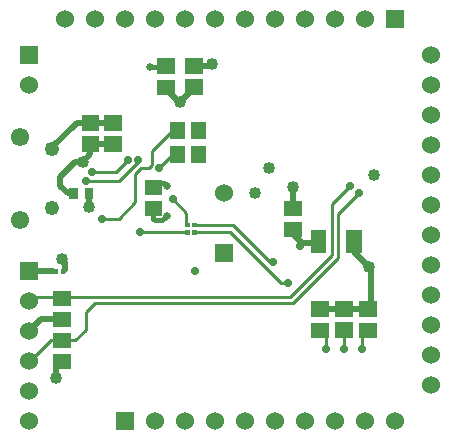
<source format=gbl>
G04 start of page 5 for group 3 idx 3 *
G04 Title: (unknown), bottom *
G04 Creator: pcb 20140316 *
G04 CreationDate: Sun 17 Jul 2016 04:20:40 PM GMT UTC *
G04 For: dev *
G04 Format: Gerber/RS-274X *
G04 PCB-Dimensions (mil): 1560.00 1560.00 *
G04 PCB-Coordinate-Origin: lower left *
%MOIN*%
%FSLAX25Y25*%
%LNBOTTOM*%
%ADD88C,0.0335*%
%ADD87C,0.0453*%
%ADD86C,0.0380*%
%ADD85C,0.1260*%
%ADD84C,0.0140*%
%ADD83C,0.0118*%
%ADD82C,0.0280*%
%ADD81C,0.0250*%
%ADD80C,0.0400*%
%ADD79C,0.0240*%
%ADD78R,0.0295X0.0295*%
%ADD77R,0.0512X0.0512*%
%ADD76C,0.0492*%
%ADD75C,0.0610*%
%ADD74C,0.0600*%
%ADD73C,0.0001*%
%ADD72C,0.0150*%
%ADD71C,0.0200*%
%ADD70C,0.0100*%
G54D70*X110000Y35000D02*Y39000D01*
X108000Y41000D01*
X116000Y35000D02*Y42000D01*
X122000Y35000D02*Y39000D01*
G54D71*X123500Y48500D02*X107500D01*
G54D70*X122000Y39000D02*X124000Y41000D01*
G54D71*X99500Y88500D02*X99000Y89000D01*
Y83000D02*Y89000D01*
X124500Y62500D02*X119500Y67500D01*
X125000Y62500D02*Y50000D01*
X123500Y48500D01*
X119500Y67500D02*Y69500D01*
X107000Y70500D02*X102000D01*
X99000Y73500D01*
G54D70*X112000Y66500D02*X98000Y52500D01*
X114000Y65500D02*X99000Y50500D01*
X118000Y89500D02*X112000Y83500D01*
Y66500D01*
X121000Y87000D02*X114000Y80000D01*
Y65500D01*
X66500Y76500D02*X79000D01*
X91500Y64000D01*
X92500D01*
X66000Y74000D02*X78000D01*
X95000Y57000D01*
X97000D01*
X98000Y52500D02*X22000D01*
X99000Y50500D02*X33000D01*
G54D71*X21500Y45000D02*X15000D01*
X21500Y31000D02*X20000Y29500D01*
Y25500D01*
G54D70*X11500Y31000D02*X18500Y38000D01*
X22000D01*
G54D71*X15000Y45000D02*X11500Y41500D01*
G54D70*X11000Y51000D02*X12500Y52500D01*
X21500D01*
X33000Y50500D02*X30000Y47500D01*
Y41500D01*
X26500Y38000D01*
X22500D01*
G54D71*X11000Y61000D02*X19000D01*
X22000Y65000D02*X23000Y64000D01*
Y61500D01*
X26500Y97500D02*X21500Y92500D01*
Y89500D01*
X24000Y87000D01*
X25500D01*
X31000D02*Y82500D01*
G54D72*X51500Y129000D02*X56000D01*
G54D71*X72000Y130000D02*X71500Y129500D01*
X65500D01*
X56500Y122000D02*X61000Y117500D01*
X61500D01*
X66000Y122000D02*X61500Y117500D01*
X29000Y97500D02*X26500D01*
X29000D02*X31500Y100000D01*
Y103500D01*
X39000D01*
X38500Y110500D02*X27000D01*
X18500Y102000D01*
G54D72*X57000Y79500D02*X55500Y78000D01*
X53000D01*
X52500Y78500D01*
Y81500D01*
G54D70*X48000Y74000D02*X63500D01*
G54D72*X57000Y89500D02*X56000Y90500D01*
G54D70*X54500Y95500D02*X58500Y99500D01*
X59500D01*
X52000Y96500D02*Y101000D01*
X59000Y108000D01*
G54D72*X56000Y90500D02*X53000D01*
G54D70*X30000Y91000D02*X41000D01*
X32000Y94000D02*X40000D01*
X59000Y85000D02*X63500Y80500D01*
Y76500D01*
X35500Y78500D02*X41000D01*
X46500Y84000D01*
Y93500D01*
X48500Y95500D01*
X51000D01*
X52000Y96500D01*
X41000Y91000D02*X47500Y97500D01*
X40000Y94000D02*X44000Y98000D01*
G54D73*G36*
X73000Y70000D02*Y64000D01*
X79000D01*
Y70000D01*
X73000D01*
G37*
G54D74*X76000Y87000D03*
X83000Y11000D03*
X93000D03*
X103000D03*
X145000Y23000D03*
X113000Y11000D03*
X123000D03*
X133000D03*
X145000Y33000D03*
Y43000D03*
G54D73*G36*
X8000Y136000D02*Y130000D01*
X14000D01*
Y136000D01*
X8000D01*
G37*
G54D74*X11000Y123000D03*
X73000Y145000D03*
X63000D03*
X53000D03*
X43000D03*
X33000D03*
X23000D03*
G54D75*X8000Y105780D03*
G54D76*X18630Y101843D03*
G54D74*X145000Y53000D03*
Y63000D03*
Y73000D03*
Y83000D03*
Y93000D03*
Y103000D03*
Y113000D03*
Y123000D03*
Y133000D03*
G54D73*G36*
X130000Y148000D02*Y142000D01*
X136000D01*
Y148000D01*
X130000D01*
G37*
G54D74*X123000Y145000D03*
X113000D03*
X103000D03*
X93000D03*
X83000D03*
G54D73*G36*
X40000Y14000D02*Y8000D01*
X46000D01*
Y14000D01*
X40000D01*
G37*
G54D74*X53000Y11000D03*
X63000D03*
X73000D03*
G54D73*G36*
X8000Y64000D02*Y58000D01*
X14000D01*
Y64000D01*
X8000D01*
G37*
G54D75*Y78220D03*
G54D76*X18630Y82157D03*
G54D74*X11000Y51000D03*
Y41000D03*
Y31000D03*
Y21000D03*
Y11000D03*
G54D77*X98607Y74957D02*X99393D01*
X107595Y72181D02*Y69819D01*
G54D73*G36*
X65394Y77287D02*Y75713D01*
X66968D01*
Y77287D01*
X65394D01*
G37*
G36*
X63032D02*Y75713D01*
X64606D01*
Y77287D01*
X63032D01*
G37*
G36*
X65394Y74787D02*Y73213D01*
X66968D01*
Y74787D01*
X65394D01*
G37*
G36*
X63032D02*Y73213D01*
X64606D01*
Y74787D01*
X63032D01*
G37*
G54D77*X98607Y82043D02*X99393D01*
X52107Y81957D02*X52893D01*
X38607Y110543D02*X39393D01*
X38607Y103457D02*X39393D01*
X31107Y110543D02*X31893D01*
X31107Y103457D02*X31893D01*
X21607Y38043D02*X22393D01*
X21607Y44957D02*X22393D01*
X21607Y30957D02*X22393D01*
G54D73*G36*
X19213Y61787D02*Y60213D01*
X20787D01*
Y61787D01*
X19213D01*
G37*
G36*
X21575D02*Y60213D01*
X23149D01*
Y61787D01*
X21575D01*
G37*
G54D77*X21607Y52043D02*X22393D01*
G54D78*X25941Y87492D02*Y86508D01*
X31059Y87492D02*Y86508D01*
G54D77*X60457Y100393D02*Y99607D01*
Y108393D02*Y107607D01*
X67543Y100393D02*Y99607D01*
Y108393D02*Y107607D01*
X52107Y89043D02*X52893D01*
X65607Y122457D02*X66393D01*
X56226Y122357D02*X57012D01*
X65607Y129543D02*X66393D01*
X56226Y129443D02*X57012D01*
X119405Y72181D02*Y69819D01*
X115607Y48543D02*X116393D01*
X107607Y48457D02*X108393D01*
X115607Y41457D02*X116393D01*
X107607Y41371D02*X108393D01*
X123607Y48457D02*X124393D01*
X123607Y41371D02*X124393D01*
G54D79*X67559Y100000D03*
G54D80*X99000Y89000D03*
X91000Y95500D03*
G54D81*X57000Y89500D03*
G54D82*X54500Y95500D03*
G54D80*X126000Y93000D03*
G54D82*X118000Y89500D03*
X121000Y87000D03*
G54D80*X86500D03*
G54D79*X67559Y108000D03*
G54D80*X72000Y130000D03*
G54D81*X51500Y129000D03*
G54D80*X61500Y117500D03*
X29000Y97500D03*
G54D82*X44000Y98000D03*
X47500D03*
X30000Y91000D03*
X32000Y94000D03*
G54D80*X31000Y82500D03*
G54D81*X57000Y79500D03*
G54D82*X59000Y85000D03*
X35500Y78500D03*
G54D80*X22000Y65000D03*
G54D82*X66500Y61000D03*
G54D80*X124500Y62500D03*
G54D82*X101500Y69500D03*
X48000Y74000D03*
X110000Y35000D03*
X116000D03*
X122000D03*
X92500Y64000D03*
X97500Y57000D03*
G54D80*X20000Y25500D03*
G54D83*G54D71*G54D72*G54D84*G54D71*G54D84*G54D85*G54D71*G54D83*G54D71*G54D72*G54D71*G54D85*G54D71*G54D84*G54D71*G54D72*G54D84*G54D71*G54D84*G54D71*G54D85*G54D84*G54D71*G54D85*G54D82*G54D86*G54D87*G54D88*G54D86*G54D87*G54D88*G54D86*M02*

</source>
